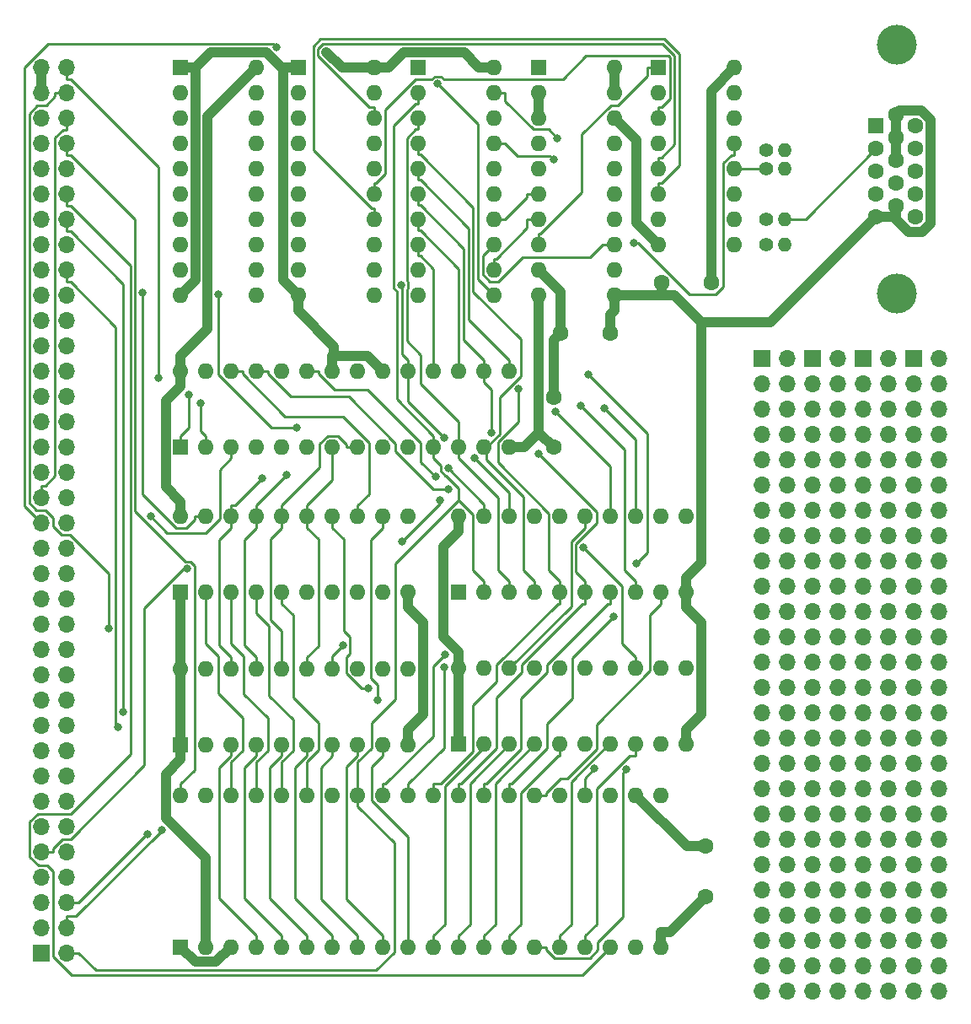
<source format=gbl>
G04 #@! TF.GenerationSoftware,KiCad,Pcbnew,(6.0.1)*
G04 #@! TF.CreationDate,2023-08-09T21:54:41+02:00*
G04 #@! TF.ProjectId,VT100_GRAPH,56543130-305f-4475-9241-50482e6b6963,rev?*
G04 #@! TF.SameCoordinates,Original*
G04 #@! TF.FileFunction,Copper,L2,Bot*
G04 #@! TF.FilePolarity,Positive*
%FSLAX46Y46*%
G04 Gerber Fmt 4.6, Leading zero omitted, Abs format (unit mm)*
G04 Created by KiCad (PCBNEW (6.0.1)) date 2023-08-09 21:54:41*
%MOMM*%
%LPD*%
G01*
G04 APERTURE LIST*
G04 #@! TA.AperFunction,ComponentPad*
%ADD10C,1.400000*%
G04 #@! TD*
G04 #@! TA.AperFunction,ComponentPad*
%ADD11O,1.400000X1.400000*%
G04 #@! TD*
G04 #@! TA.AperFunction,ComponentPad*
%ADD12R,1.600000X1.600000*%
G04 #@! TD*
G04 #@! TA.AperFunction,ComponentPad*
%ADD13O,1.600000X1.600000*%
G04 #@! TD*
G04 #@! TA.AperFunction,ComponentPad*
%ADD14R,1.700000X1.700000*%
G04 #@! TD*
G04 #@! TA.AperFunction,ComponentPad*
%ADD15O,1.700000X1.700000*%
G04 #@! TD*
G04 #@! TA.AperFunction,ComponentPad*
%ADD16C,1.600000*%
G04 #@! TD*
G04 #@! TA.AperFunction,ComponentPad*
%ADD17C,4.000000*%
G04 #@! TD*
G04 #@! TA.AperFunction,ViaPad*
%ADD18C,0.800000*%
G04 #@! TD*
G04 #@! TA.AperFunction,Conductor*
%ADD19C,0.250000*%
G04 #@! TD*
G04 #@! TA.AperFunction,Conductor*
%ADD20C,1.000000*%
G04 #@! TD*
G04 APERTURE END LIST*
D10*
X93710000Y-35560000D03*
D11*
X95610000Y-35560000D03*
D12*
X34925000Y-17780000D03*
D13*
X34925000Y-20320000D03*
X34925000Y-22860000D03*
X34925000Y-25400000D03*
X34925000Y-27940000D03*
X34925000Y-30480000D03*
X34925000Y-33020000D03*
X34925000Y-35560000D03*
X34925000Y-38100000D03*
X34925000Y-40640000D03*
X42545000Y-40640000D03*
X42545000Y-38100000D03*
X42545000Y-35560000D03*
X42545000Y-33020000D03*
X42545000Y-30480000D03*
X42545000Y-27940000D03*
X42545000Y-25400000D03*
X42545000Y-22860000D03*
X42545000Y-20320000D03*
X42545000Y-17780000D03*
D12*
X70860000Y-17785000D03*
D13*
X70860000Y-20325000D03*
X70860000Y-22865000D03*
X70860000Y-25405000D03*
X70860000Y-27945000D03*
X70860000Y-30485000D03*
X70860000Y-33025000D03*
X70860000Y-35565000D03*
X70860000Y-38105000D03*
X70860000Y-40645000D03*
X78480000Y-40645000D03*
X78480000Y-38105000D03*
X78480000Y-35565000D03*
X78480000Y-33025000D03*
X78480000Y-30485000D03*
X78480000Y-27945000D03*
X78480000Y-25405000D03*
X78480000Y-22865000D03*
X78480000Y-20325000D03*
X78480000Y-17785000D03*
D14*
X103505000Y-46990000D03*
D15*
X106045000Y-46990000D03*
X103505000Y-49530000D03*
X106045000Y-49530000D03*
X103505000Y-52070000D03*
X106045000Y-52070000D03*
X103505000Y-54610000D03*
X106045000Y-54610000D03*
X103505000Y-57150000D03*
X106045000Y-57150000D03*
X103505000Y-59690000D03*
X106045000Y-59690000D03*
X103505000Y-62230000D03*
X106045000Y-62230000D03*
X103505000Y-64770000D03*
X106045000Y-64770000D03*
X103505000Y-67310000D03*
X106045000Y-67310000D03*
X103505000Y-69850000D03*
X106045000Y-69850000D03*
X103505000Y-72390000D03*
X106045000Y-72390000D03*
X103505000Y-74930000D03*
X106045000Y-74930000D03*
X103505000Y-77470000D03*
X106045000Y-77470000D03*
X103505000Y-80010000D03*
X106045000Y-80010000D03*
X103505000Y-82550000D03*
X106045000Y-82550000D03*
X103505000Y-85090000D03*
X106045000Y-85090000D03*
X103505000Y-87630000D03*
X106045000Y-87630000D03*
X103505000Y-90170000D03*
X106045000Y-90170000D03*
X103505000Y-92710000D03*
X106045000Y-92710000D03*
X103505000Y-95250000D03*
X106045000Y-95250000D03*
X103505000Y-97790000D03*
X106045000Y-97790000D03*
X103505000Y-100330000D03*
X106045000Y-100330000D03*
X103505000Y-102870000D03*
X106045000Y-102870000D03*
X103505000Y-105410000D03*
X106045000Y-105410000D03*
X103505000Y-107950000D03*
X106045000Y-107950000D03*
X103505000Y-110490000D03*
X106045000Y-110490000D03*
D12*
X46730000Y-17785000D03*
D13*
X46730000Y-20325000D03*
X46730000Y-22865000D03*
X46730000Y-25405000D03*
X46730000Y-27945000D03*
X46730000Y-30485000D03*
X46730000Y-33025000D03*
X46730000Y-35565000D03*
X46730000Y-38105000D03*
X46730000Y-40645000D03*
X54350000Y-40645000D03*
X54350000Y-38105000D03*
X54350000Y-35565000D03*
X54350000Y-33025000D03*
X54350000Y-30485000D03*
X54350000Y-27945000D03*
X54350000Y-25405000D03*
X54350000Y-22865000D03*
X54350000Y-20325000D03*
X54350000Y-17785000D03*
D14*
X93345000Y-46990000D03*
D15*
X95885000Y-46990000D03*
X93345000Y-49530000D03*
X95885000Y-49530000D03*
X93345000Y-52070000D03*
X95885000Y-52070000D03*
X93345000Y-54610000D03*
X95885000Y-54610000D03*
X93345000Y-57150000D03*
X95885000Y-57150000D03*
X93345000Y-59690000D03*
X95885000Y-59690000D03*
X93345000Y-62230000D03*
X95885000Y-62230000D03*
X93345000Y-64770000D03*
X95885000Y-64770000D03*
X93345000Y-67310000D03*
X95885000Y-67310000D03*
X93345000Y-69850000D03*
X95885000Y-69850000D03*
X93345000Y-72390000D03*
X95885000Y-72390000D03*
X93345000Y-74930000D03*
X95885000Y-74930000D03*
X93345000Y-77470000D03*
X95885000Y-77470000D03*
X93345000Y-80010000D03*
X95885000Y-80010000D03*
X93345000Y-82550000D03*
X95885000Y-82550000D03*
X93345000Y-85090000D03*
X95885000Y-85090000D03*
X93345000Y-87630000D03*
X95885000Y-87630000D03*
X93345000Y-90170000D03*
X95885000Y-90170000D03*
X93345000Y-92710000D03*
X95885000Y-92710000D03*
X93345000Y-95250000D03*
X95885000Y-95250000D03*
X93345000Y-97790000D03*
X95885000Y-97790000D03*
X93345000Y-100330000D03*
X95885000Y-100330000D03*
X93345000Y-102870000D03*
X95885000Y-102870000D03*
X93345000Y-105410000D03*
X95885000Y-105410000D03*
X93345000Y-107950000D03*
X95885000Y-107950000D03*
X93345000Y-110490000D03*
X95885000Y-110490000D03*
D14*
X108585000Y-46990000D03*
D15*
X111125000Y-46990000D03*
X108585000Y-49530000D03*
X111125000Y-49530000D03*
X108585000Y-52070000D03*
X111125000Y-52070000D03*
X108585000Y-54610000D03*
X111125000Y-54610000D03*
X108585000Y-57150000D03*
X111125000Y-57150000D03*
X108585000Y-59690000D03*
X111125000Y-59690000D03*
X108585000Y-62230000D03*
X111125000Y-62230000D03*
X108585000Y-64770000D03*
X111125000Y-64770000D03*
X108585000Y-67310000D03*
X111125000Y-67310000D03*
X108585000Y-69850000D03*
X111125000Y-69850000D03*
X108585000Y-72390000D03*
X111125000Y-72390000D03*
X108585000Y-74930000D03*
X111125000Y-74930000D03*
X108585000Y-77470000D03*
X111125000Y-77470000D03*
X108585000Y-80010000D03*
X111125000Y-80010000D03*
X108585000Y-82550000D03*
X111125000Y-82550000D03*
X108585000Y-85090000D03*
X111125000Y-85090000D03*
X108585000Y-87630000D03*
X111125000Y-87630000D03*
X108585000Y-90170000D03*
X111125000Y-90170000D03*
X108585000Y-92710000D03*
X111125000Y-92710000D03*
X108585000Y-95250000D03*
X111125000Y-95250000D03*
X108585000Y-97790000D03*
X111125000Y-97790000D03*
X108585000Y-100330000D03*
X111125000Y-100330000D03*
X108585000Y-102870000D03*
X111125000Y-102870000D03*
X108585000Y-105410000D03*
X111125000Y-105410000D03*
X108585000Y-107950000D03*
X111125000Y-107950000D03*
X108585000Y-110490000D03*
X111125000Y-110490000D03*
D16*
X72390000Y-50880000D03*
X72390000Y-55880000D03*
D10*
X93710000Y-26035000D03*
D11*
X95610000Y-26035000D03*
D16*
X87630000Y-100965000D03*
X87630000Y-95965000D03*
X88225000Y-39370000D03*
X83225000Y-39370000D03*
D10*
X93710000Y-27940000D03*
D11*
X95610000Y-27940000D03*
D12*
X62870000Y-85715000D03*
D13*
X65410000Y-85715000D03*
X67950000Y-85715000D03*
X70490000Y-85715000D03*
X73030000Y-85715000D03*
X75570000Y-85715000D03*
X78110000Y-85715000D03*
X80650000Y-85715000D03*
X83190000Y-85715000D03*
X85730000Y-85715000D03*
X85730000Y-78095000D03*
X83190000Y-78095000D03*
X80650000Y-78095000D03*
X78110000Y-78095000D03*
X75570000Y-78095000D03*
X73030000Y-78095000D03*
X70490000Y-78095000D03*
X67950000Y-78095000D03*
X65410000Y-78095000D03*
X62870000Y-78095000D03*
D12*
X34925000Y-106045000D03*
D13*
X37465000Y-106045000D03*
X40005000Y-106045000D03*
X42545000Y-106045000D03*
X45085000Y-106045000D03*
X47625000Y-106045000D03*
X50165000Y-106045000D03*
X52705000Y-106045000D03*
X55245000Y-106045000D03*
X57785000Y-106045000D03*
X60325000Y-106045000D03*
X62865000Y-106045000D03*
X65405000Y-106045000D03*
X67945000Y-106045000D03*
X70485000Y-106045000D03*
X73025000Y-106045000D03*
X75565000Y-106045000D03*
X78105000Y-106045000D03*
X80645000Y-106045000D03*
X83185000Y-106045000D03*
X83185000Y-90805000D03*
X80645000Y-90805000D03*
X78105000Y-90805000D03*
X75565000Y-90805000D03*
X73025000Y-90805000D03*
X70485000Y-90805000D03*
X67945000Y-90805000D03*
X65405000Y-90805000D03*
X62865000Y-90805000D03*
X60325000Y-90805000D03*
X57785000Y-90805000D03*
X55245000Y-90805000D03*
X52705000Y-90805000D03*
X50165000Y-90805000D03*
X47625000Y-90805000D03*
X45085000Y-90805000D03*
X42545000Y-90805000D03*
X40005000Y-90805000D03*
X37465000Y-90805000D03*
X34925000Y-90805000D03*
D16*
X73065000Y-44450000D03*
X78065000Y-44450000D03*
D14*
X20955000Y-106680000D03*
D15*
X23495000Y-106680000D03*
X20955000Y-104140000D03*
X23495000Y-104140000D03*
X20955000Y-101600000D03*
X23495000Y-101600000D03*
X20955000Y-99060000D03*
X23495000Y-99060000D03*
X20955000Y-96520000D03*
X23495000Y-96520000D03*
X20955000Y-93980000D03*
X23495000Y-93980000D03*
X20955000Y-91440000D03*
X23495000Y-91440000D03*
X20955000Y-88900000D03*
X23495000Y-88900000D03*
X20955000Y-86360000D03*
X23495000Y-86360000D03*
X20955000Y-83820000D03*
X23495000Y-83820000D03*
X20955000Y-81280000D03*
X23495000Y-81280000D03*
X20955000Y-78740000D03*
X23495000Y-78740000D03*
X20955000Y-76200000D03*
X23495000Y-76200000D03*
X20955000Y-73660000D03*
X23495000Y-73660000D03*
X20955000Y-71120000D03*
X23495000Y-71120000D03*
X20955000Y-68580000D03*
X23495000Y-68580000D03*
X20955000Y-66040000D03*
X23495000Y-66040000D03*
X20955000Y-63500000D03*
X23495000Y-63500000D03*
X20955000Y-60960000D03*
X23495000Y-60960000D03*
X20955000Y-58420000D03*
X23495000Y-58420000D03*
X20955000Y-55880000D03*
X23495000Y-55880000D03*
X20955000Y-53340000D03*
X23495000Y-53340000D03*
X20955000Y-50800000D03*
X23495000Y-50800000D03*
X20955000Y-48260000D03*
X23495000Y-48260000D03*
X20955000Y-45720000D03*
X23495000Y-45720000D03*
X20955000Y-43180000D03*
X23495000Y-43180000D03*
X20955000Y-40640000D03*
X23495000Y-40640000D03*
X20955000Y-38100000D03*
X23495000Y-38100000D03*
X20955000Y-35560000D03*
X23495000Y-35560000D03*
X20955000Y-33020000D03*
X23495000Y-33020000D03*
X20955000Y-30480000D03*
X23495000Y-30480000D03*
X20955000Y-27940000D03*
X23495000Y-27940000D03*
X20955000Y-25400000D03*
X23495000Y-25400000D03*
X20955000Y-22860000D03*
X23495000Y-22860000D03*
X20955000Y-20320000D03*
X23495000Y-20320000D03*
X20955000Y-17780000D03*
X23495000Y-17780000D03*
D12*
X82925000Y-17795000D03*
D13*
X82925000Y-20335000D03*
X82925000Y-22875000D03*
X82925000Y-25415000D03*
X82925000Y-27955000D03*
X82925000Y-30495000D03*
X82925000Y-33035000D03*
X82925000Y-35575000D03*
X90545000Y-35575000D03*
X90545000Y-33035000D03*
X90545000Y-30495000D03*
X90545000Y-27955000D03*
X90545000Y-25415000D03*
X90545000Y-22875000D03*
X90545000Y-20335000D03*
X90545000Y-17795000D03*
D12*
X34930000Y-70475000D03*
D13*
X37470000Y-70475000D03*
X40010000Y-70475000D03*
X42550000Y-70475000D03*
X45090000Y-70475000D03*
X47630000Y-70475000D03*
X50170000Y-70475000D03*
X52710000Y-70475000D03*
X55250000Y-70475000D03*
X57790000Y-70475000D03*
X57790000Y-62855000D03*
X55250000Y-62855000D03*
X52710000Y-62855000D03*
X50170000Y-62855000D03*
X47630000Y-62855000D03*
X45090000Y-62855000D03*
X42550000Y-62855000D03*
X40010000Y-62855000D03*
X37470000Y-62855000D03*
X34930000Y-62855000D03*
D10*
X93710000Y-33020000D03*
D11*
X95610000Y-33020000D03*
D12*
X58785000Y-17780000D03*
D13*
X58785000Y-20320000D03*
X58785000Y-22860000D03*
X58785000Y-25400000D03*
X58785000Y-27940000D03*
X58785000Y-30480000D03*
X58785000Y-33020000D03*
X58785000Y-35560000D03*
X58785000Y-38100000D03*
X58785000Y-40640000D03*
X66405000Y-40640000D03*
X66405000Y-38100000D03*
X66405000Y-35560000D03*
X66405000Y-33020000D03*
X66405000Y-30480000D03*
X66405000Y-27940000D03*
X66405000Y-25400000D03*
X66405000Y-22860000D03*
X66405000Y-20320000D03*
X66405000Y-17780000D03*
D12*
X34925000Y-85725000D03*
D13*
X37465000Y-85725000D03*
X40005000Y-85725000D03*
X42545000Y-85725000D03*
X45085000Y-85725000D03*
X47625000Y-85725000D03*
X50165000Y-85725000D03*
X52705000Y-85725000D03*
X55245000Y-85725000D03*
X57785000Y-85725000D03*
X57785000Y-78105000D03*
X55245000Y-78105000D03*
X52705000Y-78105000D03*
X50165000Y-78105000D03*
X47625000Y-78105000D03*
X45085000Y-78105000D03*
X42545000Y-78105000D03*
X40005000Y-78105000D03*
X37465000Y-78105000D03*
X34925000Y-78105000D03*
D12*
X34925000Y-55880000D03*
D13*
X37465000Y-55880000D03*
X40005000Y-55880000D03*
X42545000Y-55880000D03*
X45085000Y-55880000D03*
X47625000Y-55880000D03*
X50165000Y-55880000D03*
X52705000Y-55880000D03*
X55245000Y-55880000D03*
X57785000Y-55880000D03*
X60325000Y-55880000D03*
X62865000Y-55880000D03*
X65405000Y-55880000D03*
X67945000Y-55880000D03*
X67945000Y-48260000D03*
X65405000Y-48260000D03*
X62865000Y-48260000D03*
X60325000Y-48260000D03*
X57785000Y-48260000D03*
X55245000Y-48260000D03*
X52705000Y-48260000D03*
X50165000Y-48260000D03*
X47625000Y-48260000D03*
X45085000Y-48260000D03*
X42545000Y-48260000D03*
X40005000Y-48260000D03*
X37465000Y-48260000D03*
X34925000Y-48260000D03*
D12*
X62870000Y-70475000D03*
D13*
X65410000Y-70475000D03*
X67950000Y-70475000D03*
X70490000Y-70475000D03*
X73030000Y-70475000D03*
X75570000Y-70475000D03*
X78110000Y-70475000D03*
X80650000Y-70475000D03*
X83190000Y-70475000D03*
X85730000Y-70475000D03*
X85730000Y-62855000D03*
X83190000Y-62855000D03*
X80650000Y-62855000D03*
X78110000Y-62855000D03*
X75570000Y-62855000D03*
X73030000Y-62855000D03*
X70490000Y-62855000D03*
X67950000Y-62855000D03*
X65410000Y-62855000D03*
X62870000Y-62855000D03*
D17*
X106825000Y-15455000D03*
X106825000Y-40455000D03*
D12*
X104775000Y-23640000D03*
D16*
X104775000Y-25930000D03*
X104775000Y-28220000D03*
X104775000Y-30510000D03*
X104775000Y-32800000D03*
X106755000Y-22495000D03*
X106755000Y-24785000D03*
X106755000Y-27075000D03*
X106755000Y-29365000D03*
X106755000Y-31655000D03*
X108735000Y-23640000D03*
X108735000Y-25930000D03*
X108735000Y-28220000D03*
X108735000Y-30510000D03*
X108735000Y-32800000D03*
D14*
X98425000Y-46990000D03*
D15*
X100965000Y-46990000D03*
X98425000Y-49530000D03*
X100965000Y-49530000D03*
X98425000Y-52070000D03*
X100965000Y-52070000D03*
X98425000Y-54610000D03*
X100965000Y-54610000D03*
X98425000Y-57150000D03*
X100965000Y-57150000D03*
X98425000Y-59690000D03*
X100965000Y-59690000D03*
X98425000Y-62230000D03*
X100965000Y-62230000D03*
X98425000Y-64770000D03*
X100965000Y-64770000D03*
X98425000Y-67310000D03*
X100965000Y-67310000D03*
X98425000Y-69850000D03*
X100965000Y-69850000D03*
X98425000Y-72390000D03*
X100965000Y-72390000D03*
X98425000Y-74930000D03*
X100965000Y-74930000D03*
X98425000Y-77470000D03*
X100965000Y-77470000D03*
X98425000Y-80010000D03*
X100965000Y-80010000D03*
X98425000Y-82550000D03*
X100965000Y-82550000D03*
X98425000Y-85090000D03*
X100965000Y-85090000D03*
X98425000Y-87630000D03*
X100965000Y-87630000D03*
X98425000Y-90170000D03*
X100965000Y-90170000D03*
X98425000Y-92710000D03*
X100965000Y-92710000D03*
X98425000Y-95250000D03*
X100965000Y-95250000D03*
X98425000Y-97790000D03*
X100965000Y-97790000D03*
X98425000Y-100330000D03*
X100965000Y-100330000D03*
X98425000Y-102870000D03*
X100965000Y-102870000D03*
X98425000Y-105410000D03*
X100965000Y-105410000D03*
X98425000Y-107950000D03*
X100965000Y-107950000D03*
X98425000Y-110490000D03*
X100965000Y-110490000D03*
D18*
X49568600Y-16220300D03*
X33045100Y-94281100D03*
X61518500Y-76668600D03*
X31620100Y-94728200D03*
X61381800Y-77991900D03*
X68829500Y-50044300D03*
X70879200Y-56565500D03*
X66104900Y-54420500D03*
X75863200Y-48596800D03*
X80693100Y-67519800D03*
X75139900Y-51755700D03*
X78423000Y-72887200D03*
X57050600Y-39615900D03*
X61419300Y-54963700D03*
X76501600Y-88175700D03*
X43125700Y-59039900D03*
X45571300Y-58708600D03*
X51200000Y-75800400D03*
X61789500Y-57987300D03*
X64463300Y-56953300D03*
X31918700Y-62824100D03*
X61857600Y-60088600D03*
X72595300Y-52281000D03*
X44582300Y-15755200D03*
X60761900Y-19399500D03*
X77527200Y-51980800D03*
X60533100Y-58836300D03*
X53808800Y-80129300D03*
X36935300Y-51508700D03*
X75356100Y-65922500D03*
X35715700Y-50602900D03*
X54725500Y-81289900D03*
X29182400Y-82499500D03*
X28647100Y-84015400D03*
X57175900Y-65340700D03*
X31120900Y-40340100D03*
X60958200Y-61240200D03*
X46586100Y-53930800D03*
X38735000Y-40533100D03*
X27676700Y-74119200D03*
X32675500Y-48906200D03*
X79689100Y-88201200D03*
X35613500Y-68083600D03*
X72374100Y-27036200D03*
X72745300Y-24872100D03*
X80445400Y-35389900D03*
D19*
X62861500Y-61248500D02*
X56515000Y-67595000D01*
X56515000Y-67595000D02*
X56515000Y-81167500D01*
X60325000Y-55880000D02*
X60325000Y-57005100D01*
X56325500Y-39916200D02*
X56649600Y-40240300D01*
X54119800Y-83562700D02*
X54119800Y-86072000D01*
X62861500Y-59986900D02*
X62861500Y-61248500D01*
X54119800Y-86072000D02*
X52705000Y-87486800D01*
X52705000Y-90805000D02*
X52705000Y-91930100D01*
X60325000Y-57005100D02*
X61064400Y-57744500D01*
X56515000Y-81167500D02*
X54119800Y-83562700D01*
X58785000Y-21445100D02*
X58503700Y-21445100D01*
X56370100Y-95595200D02*
X56370100Y-106568200D01*
X52705000Y-87486800D02*
X52705000Y-90805000D01*
X61587000Y-58712400D02*
X62861500Y-59986900D01*
X23495000Y-106680000D02*
X24670100Y-106680000D01*
X61064400Y-58287600D02*
X61489200Y-58712400D01*
X26396800Y-108406700D02*
X24670100Y-106680000D01*
X58785000Y-20320000D02*
X58785000Y-21445100D01*
X56649600Y-40240300D02*
X56649600Y-51079500D01*
X52705000Y-91930100D02*
X56370100Y-95595200D01*
X64284900Y-68224800D02*
X64284900Y-62672000D01*
X65410000Y-70475000D02*
X65410000Y-69349900D01*
X56325500Y-23623300D02*
X56325500Y-39916200D01*
X65410000Y-69349900D02*
X64284900Y-68224800D01*
X58503700Y-21445100D02*
X56325500Y-23623300D01*
X56370100Y-106568200D02*
X54531600Y-108406700D01*
X54531600Y-108406700D02*
X26396800Y-108406700D01*
X60325000Y-55880000D02*
X60325000Y-54754900D01*
X61489200Y-58712400D02*
X61587000Y-58712400D01*
X56649600Y-51079500D02*
X60325000Y-54754900D01*
X61064400Y-57744500D02*
X61064400Y-58287600D01*
X64284900Y-62672000D02*
X62861500Y-61248500D01*
D20*
X78480000Y-17785000D02*
X78480000Y-20325000D01*
X62870000Y-77461400D02*
X62870000Y-78095000D01*
X33424800Y-93105100D02*
X33424800Y-88725300D01*
X34925000Y-85725000D02*
X34925000Y-87225100D01*
X34925000Y-78105000D02*
X34925000Y-85725000D01*
X34930000Y-61354900D02*
X33424800Y-59849700D01*
X62870000Y-78095000D02*
X62870000Y-85715000D01*
X37465000Y-97145300D02*
X33424800Y-93105100D01*
X61334900Y-74929300D02*
X61334900Y-65890200D01*
X34925000Y-48260000D02*
X34925000Y-46759900D01*
X55850100Y-17785000D02*
X57355300Y-16279800D01*
X84050100Y-104544900D02*
X87630000Y-100965000D01*
X88225000Y-20115000D02*
X88225000Y-39370000D01*
X83185000Y-104544900D02*
X84050100Y-104544900D01*
X33424800Y-88725300D02*
X34925000Y-87225100D01*
X37465000Y-106045000D02*
X37465000Y-97145300D01*
X73065000Y-44450000D02*
X73065000Y-40310000D01*
X34930000Y-62855000D02*
X34930000Y-61354900D01*
X66405000Y-17780000D02*
X64904900Y-17780000D01*
X61334900Y-65890200D02*
X62870000Y-64355100D01*
X73065000Y-40310000D02*
X70860000Y-38105000D01*
X37625200Y-44059700D02*
X37625200Y-22699800D01*
X34930000Y-76599900D02*
X34930000Y-70475000D01*
X72390000Y-45125000D02*
X72390000Y-50880000D01*
X51133300Y-17785000D02*
X49568600Y-16220300D01*
X62870000Y-76594900D02*
X62870000Y-76464400D01*
X62870000Y-62855000D02*
X62870000Y-64355100D01*
X34925000Y-78105000D02*
X34925000Y-76604900D01*
X62870000Y-76464400D02*
X61334900Y-74929300D01*
X70860000Y-22865000D02*
X70860000Y-20325000D01*
X62870000Y-77461400D02*
X62870000Y-76594900D01*
X33424800Y-59849700D02*
X33424800Y-51260300D01*
X54350000Y-17785000D02*
X51133300Y-17785000D01*
X54350000Y-17785000D02*
X55850100Y-17785000D01*
X37625200Y-22699800D02*
X42545000Y-17780000D01*
X90545000Y-17795000D02*
X88225000Y-20115000D01*
X73065000Y-44450000D02*
X72390000Y-45125000D01*
X57355300Y-16279800D02*
X63404700Y-16279800D01*
X34925000Y-48260000D02*
X34925000Y-49760100D01*
X33424800Y-51260300D02*
X34925000Y-49760100D01*
X34925000Y-46759900D02*
X37625200Y-44059700D01*
X34925000Y-76604900D02*
X34930000Y-76599900D01*
X83185000Y-106045000D02*
X83185000Y-104544900D01*
X63404700Y-16279800D02*
X64904900Y-17780000D01*
D19*
X67950000Y-69349900D02*
X66824900Y-68224800D01*
X66824900Y-68224800D02*
X66824900Y-60965000D01*
X55478100Y-89679900D02*
X55245000Y-89679900D01*
X33045100Y-94281100D02*
X33045100Y-94358300D01*
X61518500Y-76668600D02*
X60266600Y-77920500D01*
X58785000Y-22860000D02*
X58785000Y-23985100D01*
X57635500Y-24901400D02*
X58551800Y-23985100D01*
X62865000Y-53335000D02*
X59055000Y-49525000D01*
X62865000Y-55880000D02*
X62865000Y-53335000D01*
X58551800Y-23985100D02*
X58785000Y-23985100D01*
X66824900Y-60965000D02*
X62865000Y-57005100D01*
X59055000Y-49525000D02*
X59055000Y-46656400D01*
X24438500Y-102964900D02*
X23495000Y-102964900D01*
X60266600Y-77920500D02*
X60266600Y-84891400D01*
X57635500Y-40056500D02*
X57775700Y-39916300D01*
X57635500Y-39175300D02*
X57635500Y-24901400D01*
X33045100Y-94358300D02*
X24438500Y-102964900D01*
X60266600Y-84891400D02*
X55478100Y-89679900D01*
X23495000Y-104140000D02*
X23495000Y-102964900D01*
X67950000Y-70475000D02*
X67950000Y-69349900D01*
X59055000Y-46656400D02*
X57635500Y-45236900D01*
X57775700Y-39916300D02*
X57775700Y-39315500D01*
X62865000Y-55880000D02*
X62865000Y-57005100D01*
X57635500Y-45236900D02*
X57635500Y-40056500D01*
X57775700Y-39315500D02*
X57635500Y-39175300D01*
X55245000Y-90805000D02*
X55245000Y-89679900D01*
X59018100Y-26525100D02*
X64319600Y-31826600D01*
X70490000Y-69349900D02*
X69364900Y-68224800D01*
X57785000Y-89679900D02*
X61381800Y-86083100D01*
X65670900Y-57135300D02*
X65670900Y-55880000D01*
X70490000Y-70475000D02*
X70490000Y-69349900D01*
X31620100Y-94728200D02*
X31541900Y-94728200D01*
X69364900Y-60829300D02*
X65670900Y-57135300D01*
X58785000Y-25400000D02*
X58785000Y-26525100D01*
X64319600Y-31826600D02*
X64319600Y-40319000D01*
X58785000Y-26525100D02*
X59018100Y-26525100D01*
X57785000Y-90805000D02*
X57785000Y-89679900D01*
X31541900Y-94728200D02*
X24670100Y-101600000D01*
X23495000Y-101600000D02*
X24670100Y-101600000D01*
X66986400Y-54564500D02*
X65670900Y-55880000D01*
X69070200Y-45069600D02*
X69070200Y-48778200D01*
X69070200Y-48778200D02*
X66986400Y-50862000D01*
X61381800Y-86083100D02*
X61381800Y-77991900D01*
X64319600Y-40319000D02*
X69070200Y-45069600D01*
X69364900Y-68224800D02*
X69364900Y-60829300D01*
X66986400Y-50862000D02*
X66986400Y-54564500D01*
X65405000Y-55880000D02*
X65670900Y-55880000D01*
X64284900Y-81794500D02*
X64284900Y-86421700D01*
X71904900Y-62528600D02*
X66806300Y-57430000D01*
X73030000Y-70756200D02*
X73030000Y-71600100D01*
X66806300Y-55381200D02*
X68829500Y-53358000D01*
X59018100Y-29065100D02*
X58785000Y-29065100D01*
X64284900Y-86421700D02*
X61026700Y-89679900D01*
X73030000Y-70756200D02*
X73030000Y-70475000D01*
X73030000Y-70475000D02*
X73030000Y-69349900D01*
X67945000Y-47134900D02*
X63869400Y-43059300D01*
X73030000Y-71600100D02*
X72796800Y-71600100D01*
X71904900Y-68224800D02*
X71904900Y-62528600D01*
X58785000Y-27940000D02*
X58785000Y-29065100D01*
X66806300Y-57430000D02*
X66806300Y-55381200D01*
X72796800Y-71600100D02*
X66680000Y-77716900D01*
X63869400Y-43059300D02*
X63869400Y-33916400D01*
X60325000Y-90805000D02*
X60325000Y-89679900D01*
X67945000Y-48260000D02*
X67945000Y-47134900D01*
X73030000Y-69349900D02*
X71904900Y-68224800D01*
X66680000Y-79399400D02*
X64284900Y-81794500D01*
X68829500Y-53358000D02*
X68829500Y-50044300D01*
X63869400Y-33916400D02*
X59018100Y-29065100D01*
X61026700Y-89679900D02*
X60325000Y-89679900D01*
X66680000Y-77716900D02*
X66680000Y-79399400D01*
X69220000Y-77705900D02*
X69220000Y-78455200D01*
X75570000Y-71600100D02*
X75325800Y-71600100D01*
X63363200Y-45093100D02*
X65405000Y-47134900D01*
X62865000Y-90805000D02*
X62865000Y-89679900D01*
X74631000Y-65622200D02*
X74631000Y-68410900D01*
X58785000Y-30480000D02*
X58785000Y-31605100D01*
X58785000Y-31605100D02*
X59018100Y-31605100D01*
X63363200Y-35950200D02*
X63363200Y-45093100D01*
X74631000Y-68410900D02*
X75570000Y-69349900D01*
X75570000Y-70475000D02*
X75570000Y-71600100D01*
X76740400Y-62426700D02*
X76740400Y-63512800D01*
X66104900Y-50085000D02*
X66104900Y-54420500D01*
X70879200Y-56565500D02*
X76740400Y-62426700D01*
X66680000Y-80995200D02*
X66680000Y-86097400D01*
X66680000Y-86097400D02*
X63097500Y-89679900D01*
X65405000Y-49385100D02*
X66104900Y-50085000D01*
X75570000Y-70475000D02*
X75570000Y-69349900D01*
X63097500Y-89679900D02*
X62865000Y-89679900D01*
X75325800Y-71600100D02*
X69220000Y-77705900D01*
X69220000Y-78455200D02*
X66680000Y-80995200D01*
X65405000Y-48260000D02*
X65405000Y-49385100D01*
X76740400Y-63512800D02*
X74631000Y-65622200D01*
X65405000Y-48260000D02*
X65405000Y-47134900D01*
X59018100Y-31605100D02*
X63363200Y-35950200D01*
X77865800Y-71600100D02*
X71760000Y-77705900D01*
X80693100Y-67519800D02*
X81789400Y-66423500D01*
X69146100Y-81074600D02*
X69146100Y-86171900D01*
X65405000Y-90805000D02*
X65405000Y-89679900D01*
X81789400Y-54523000D02*
X75863200Y-48596800D01*
X58785000Y-33020000D02*
X58785000Y-34145100D01*
X78110000Y-70475000D02*
X78110000Y-71600100D01*
X78110000Y-71600100D02*
X77865800Y-71600100D01*
X59018100Y-34145100D02*
X62865000Y-37992000D01*
X81789400Y-66423500D02*
X81789400Y-54523000D01*
X62865000Y-37992000D02*
X62865000Y-47134900D01*
X62865000Y-47697400D02*
X62865000Y-47134900D01*
X65638100Y-89679900D02*
X65405000Y-89679900D01*
X71760000Y-77705900D02*
X71760000Y-78460700D01*
X58785000Y-34145100D02*
X59018100Y-34145100D01*
X71760000Y-78460700D02*
X69146100Y-81074600D01*
X69146100Y-86171900D02*
X65638100Y-89679900D01*
X62865000Y-47697400D02*
X62865000Y-48260000D01*
X80650000Y-70475000D02*
X80650000Y-69349900D01*
X74300000Y-77010200D02*
X74300000Y-81115800D01*
X71760000Y-86098000D02*
X68178100Y-89679900D01*
X80650000Y-69349900D02*
X79524900Y-68224800D01*
X71760000Y-83655800D02*
X71760000Y-86098000D01*
X58785000Y-35560000D02*
X58785000Y-36685100D01*
X60325000Y-48260000D02*
X60325000Y-37992000D01*
X68178100Y-89679900D02*
X67945000Y-89679900D01*
X79524900Y-68224800D02*
X79524900Y-56140700D01*
X67945000Y-90805000D02*
X67945000Y-89679900D01*
X60325000Y-37992000D02*
X59018100Y-36685100D01*
X59018100Y-36685100D02*
X58785000Y-36685100D01*
X74300000Y-81115800D02*
X71760000Y-83655800D01*
X78423000Y-72887200D02*
X74300000Y-77010200D01*
X79524900Y-56140700D02*
X75139900Y-51755700D01*
X57785000Y-47134900D02*
X57185300Y-46535200D01*
X61419300Y-54963700D02*
X57785000Y-51329400D01*
X57785000Y-48260000D02*
X57785000Y-47134900D01*
X83190000Y-71600100D02*
X82064900Y-72725200D01*
X57185300Y-46535200D02*
X57185300Y-39750600D01*
X71610100Y-90571800D02*
X71610100Y-90805000D01*
X76704800Y-83694500D02*
X76704800Y-86171300D01*
X82064900Y-78334400D02*
X76704800Y-83694500D01*
X70485000Y-90805000D02*
X71610100Y-90805000D01*
X73050800Y-89131100D02*
X71610100Y-90571800D01*
X73745000Y-89131100D02*
X73050800Y-89131100D01*
X57185300Y-39750600D02*
X57050600Y-39615900D01*
X83190000Y-70475000D02*
X83190000Y-71600100D01*
X76704800Y-86171300D02*
X73745000Y-89131100D01*
X57785000Y-51329400D02*
X57785000Y-48260000D01*
X82064900Y-72725200D02*
X82064900Y-78334400D01*
X40010000Y-62855000D02*
X40010000Y-61729900D01*
X75565000Y-89112300D02*
X75565000Y-90805000D01*
X40435700Y-61729900D02*
X43125700Y-59039900D01*
X40010000Y-62855000D02*
X40010000Y-63980100D01*
X40005000Y-76979900D02*
X38818300Y-75793200D01*
X38818300Y-75793200D02*
X38818300Y-65171800D01*
X38818300Y-65171800D02*
X40010000Y-63980100D01*
X76501600Y-88175700D02*
X75565000Y-89112300D01*
X40010000Y-61729900D02*
X40435700Y-61729900D01*
X40005000Y-78105000D02*
X40005000Y-76979900D01*
X42550000Y-62855000D02*
X42550000Y-63980100D01*
X42550000Y-62855000D02*
X42550000Y-61729900D01*
X41359100Y-65171000D02*
X42550000Y-63980100D01*
X45571300Y-58708600D02*
X42550000Y-61729900D01*
X42545000Y-78105000D02*
X42545000Y-76979900D01*
X41359100Y-75794000D02*
X41359100Y-65171000D01*
X42545000Y-76979900D02*
X41359100Y-75794000D01*
X43959900Y-65110200D02*
X43959900Y-73243900D01*
X51579900Y-55880000D02*
X51579900Y-55598700D01*
X48895000Y-55530100D02*
X48895000Y-57924900D01*
X45090000Y-62855000D02*
X45090000Y-61729900D01*
X45085000Y-74369000D02*
X45085000Y-78105000D01*
X45090000Y-62855000D02*
X45090000Y-63980100D01*
X51579900Y-55598700D02*
X50731600Y-54750400D01*
X52705000Y-55880000D02*
X51579900Y-55880000D01*
X49674700Y-54750400D02*
X48895000Y-55530100D01*
X43959900Y-73243900D02*
X45085000Y-74369000D01*
X45090000Y-63980100D02*
X43959900Y-65110200D01*
X50731600Y-54750400D02*
X49674700Y-54750400D01*
X48895000Y-57924900D02*
X45090000Y-61729900D01*
X50165000Y-59194900D02*
X47630000Y-61729900D01*
X47630000Y-62855000D02*
X47630000Y-63980100D01*
X47630000Y-62855000D02*
X47630000Y-61729900D01*
X47625000Y-76979900D02*
X48779900Y-75825000D01*
X48779900Y-75825000D02*
X48779900Y-65130000D01*
X47625000Y-78105000D02*
X47625000Y-76979900D01*
X50165000Y-55880000D02*
X50165000Y-59194900D01*
X48779900Y-65130000D02*
X47630000Y-63980100D01*
X51200000Y-75800400D02*
X50165000Y-76835400D01*
X65410000Y-62855000D02*
X65410000Y-61607800D01*
X65410000Y-61607800D02*
X61789500Y-57987300D01*
X50165000Y-76835400D02*
X50165000Y-78105000D01*
X67950000Y-60440000D02*
X67950000Y-62855000D01*
X64463300Y-56953300D02*
X67950000Y-60440000D01*
X38879900Y-58130200D02*
X38879900Y-63043100D01*
X33587000Y-64492400D02*
X31918700Y-62824100D01*
X37430600Y-64492400D02*
X33587000Y-64492400D01*
X40005000Y-57005100D02*
X38879900Y-58130200D01*
X38879900Y-63043100D02*
X37430600Y-64492400D01*
X40005000Y-55880000D02*
X40005000Y-57005100D01*
X56515000Y-55510200D02*
X56515000Y-56265500D01*
X60338000Y-60088500D02*
X61857600Y-60088500D01*
X51810600Y-50805800D02*
X56515000Y-55510200D01*
X74180900Y-71864100D02*
X67950000Y-78095000D01*
X45982700Y-50805800D02*
X51810600Y-50805800D01*
X75570000Y-62855000D02*
X75570000Y-63980100D01*
X43670100Y-48260000D02*
X43670100Y-48493200D01*
X74180900Y-65369200D02*
X74180900Y-71864100D01*
X42545000Y-48260000D02*
X43670100Y-48260000D01*
X56515000Y-56265500D02*
X60338000Y-60088500D01*
X43670100Y-48493200D02*
X45982700Y-50805800D01*
X75570000Y-63980100D02*
X74180900Y-65369200D01*
X61857600Y-60088500D02*
X61857600Y-60088600D01*
X72595300Y-52281000D02*
X78110000Y-57795700D01*
X78110000Y-57795700D02*
X78110000Y-62855000D01*
X19229100Y-61774100D02*
X20955000Y-63500000D01*
X44226800Y-15399700D02*
X21609100Y-15399700D01*
X44582300Y-15755200D02*
X44226800Y-15399700D01*
X66405000Y-40640000D02*
X64820700Y-39055700D01*
X21609100Y-15399700D02*
X19229100Y-17779700D01*
X19229100Y-17779700D02*
X19229100Y-61774100D01*
X64820700Y-39055700D02*
X64820700Y-23458300D01*
X64820700Y-23458300D02*
X60761900Y-19399500D01*
X77527200Y-51980800D02*
X80650000Y-55103600D01*
X80650000Y-55103600D02*
X80650000Y-62855000D01*
X22319900Y-58785200D02*
X21320200Y-59784900D01*
X20955000Y-60960000D02*
X20955000Y-59784900D01*
X21320200Y-59784900D02*
X20955000Y-59784900D01*
X23127700Y-24035100D02*
X22319900Y-24842900D01*
X23495000Y-22860000D02*
X23495000Y-24035100D01*
X23495000Y-24035100D02*
X23127700Y-24035100D01*
X22319900Y-24842900D02*
X22319900Y-58785200D01*
X59055000Y-55479000D02*
X59055000Y-57358200D01*
X47625000Y-48260000D02*
X48750100Y-48260000D01*
X59055000Y-57358200D02*
X60533100Y-58836300D01*
X53733900Y-50157900D02*
X59055000Y-55479000D01*
X48750100Y-48260000D02*
X48750100Y-48493200D01*
X50414800Y-50157900D02*
X53733900Y-50157900D01*
X48750100Y-48493200D02*
X50414800Y-50157900D01*
X51547600Y-76998700D02*
X51547600Y-78555000D01*
X50170000Y-63980100D02*
X51295100Y-65105200D01*
X37465000Y-54754900D02*
X36935300Y-54225200D01*
X36935300Y-54225200D02*
X36935300Y-51508700D01*
X51295100Y-65105200D02*
X51295100Y-74293800D01*
X51944900Y-74943600D02*
X51944900Y-76601400D01*
X37465000Y-55880000D02*
X37465000Y-54754900D01*
X51547600Y-78555000D02*
X53121900Y-80129300D01*
X51295100Y-74293800D02*
X51944900Y-74943600D01*
X53121900Y-80129300D02*
X53808800Y-80129300D01*
X50170000Y-62855000D02*
X50170000Y-63980100D01*
X51944900Y-76601400D02*
X51547600Y-76998700D01*
X80650000Y-76969900D02*
X79273800Y-75593700D01*
X79273800Y-75593700D02*
X79273800Y-69840200D01*
X80650000Y-78095000D02*
X80650000Y-76969900D01*
X53835000Y-55418700D02*
X53835000Y-60604900D01*
X45397100Y-52808300D02*
X51224600Y-52808300D01*
X51224600Y-52808300D02*
X53835000Y-55418700D01*
X52710000Y-62855000D02*
X52710000Y-61729900D01*
X40005000Y-48260000D02*
X41130100Y-48260000D01*
X41130100Y-48541300D02*
X45397100Y-52808300D01*
X53835000Y-60604900D02*
X52710000Y-61729900D01*
X41130100Y-48260000D02*
X41130100Y-48541300D01*
X79273800Y-69840200D02*
X75356100Y-65922500D01*
X54071300Y-79093600D02*
X54725400Y-79747700D01*
X34925000Y-55880000D02*
X34925000Y-54754900D01*
X54071300Y-65158800D02*
X54071300Y-79093600D01*
X35715700Y-53964200D02*
X35715700Y-50602900D01*
X34925000Y-54754900D02*
X35715700Y-53964200D01*
X55250000Y-62855000D02*
X55250000Y-63980100D01*
X55250000Y-63980100D02*
X54071300Y-65158800D01*
X54725400Y-81289900D02*
X54725500Y-81289900D01*
X54725400Y-79747700D02*
X54725400Y-81289900D01*
X23862200Y-34195100D02*
X29182400Y-39515300D01*
X29182400Y-39515300D02*
X29182400Y-82499500D01*
X23495000Y-34195100D02*
X23862200Y-34195100D01*
X23495000Y-33020000D02*
X23495000Y-34195100D01*
X28411500Y-43826400D02*
X28411500Y-83779800D01*
X28411500Y-83779800D02*
X28647100Y-84015400D01*
X23495000Y-39275100D02*
X23860200Y-39275100D01*
X23495000Y-38100000D02*
X23495000Y-39275100D01*
X23860200Y-39275100D02*
X28411500Y-43826400D01*
X22130200Y-98476500D02*
X21538500Y-97884800D01*
X20655700Y-97884800D02*
X19779800Y-97008900D01*
X21538500Y-97884800D02*
X20655700Y-97884800D01*
X29907600Y-82199100D02*
X29871200Y-82162700D01*
X24003500Y-108860500D02*
X22130200Y-106987200D01*
X75289500Y-108860500D02*
X24003500Y-108860500D01*
X20549900Y-92710000D02*
X23887200Y-92710000D01*
X23862200Y-31655100D02*
X23495000Y-31655100D01*
X19779800Y-97008900D02*
X19779800Y-93480100D01*
X22130200Y-106987200D02*
X22130200Y-98476500D01*
X29871200Y-82162700D02*
X29871200Y-37664100D01*
X29907600Y-86689600D02*
X29907600Y-82199100D01*
X29871200Y-37664100D02*
X23862200Y-31655100D01*
X19779800Y-93480100D02*
X20549900Y-92710000D01*
X23495000Y-30480000D02*
X23495000Y-31655100D01*
X23887200Y-92710000D02*
X29907600Y-86689600D01*
X78105000Y-106045000D02*
X75289500Y-108860500D01*
X23862200Y-26575100D02*
X23495000Y-26575100D01*
X30321300Y-33034200D02*
X23862200Y-26575100D01*
X36339800Y-67784400D02*
X35913900Y-67358500D01*
X34925000Y-90805000D02*
X34925000Y-89679900D01*
X34925000Y-89679900D02*
X36339800Y-88265100D01*
X35401100Y-67358500D02*
X30321300Y-62278700D01*
X36339800Y-88265100D02*
X36339800Y-67784400D01*
X30321300Y-62278700D02*
X30321300Y-33034200D01*
X35913900Y-67358500D02*
X35401100Y-67358500D01*
X23495000Y-25400000D02*
X23495000Y-26575100D01*
X60958200Y-61558400D02*
X60958200Y-61240200D01*
X37470000Y-62855000D02*
X36344900Y-62855000D01*
X35500600Y-63980600D02*
X34448600Y-63980600D01*
X36344900Y-63136300D02*
X35500600Y-63980600D01*
X34448600Y-63980600D02*
X31120900Y-60652900D01*
X57175900Y-65340700D02*
X60958200Y-61558400D01*
X36344900Y-62855000D02*
X36344900Y-63136300D01*
X31120900Y-60652900D02*
X31120900Y-40340100D01*
X38735000Y-48585000D02*
X44080800Y-53930800D01*
X38735000Y-40533100D02*
X38735000Y-48585000D01*
X44080800Y-53930800D02*
X46586100Y-53930800D01*
X22319900Y-20685200D02*
X21415100Y-21590000D01*
X22969300Y-64675200D02*
X23792200Y-64675200D01*
X22130200Y-62974300D02*
X22130200Y-63836100D01*
X23495000Y-20320000D02*
X22319900Y-20320000D01*
X21385900Y-62230000D02*
X22130200Y-62974300D01*
X27676700Y-68559700D02*
X27676700Y-74119200D01*
X23792200Y-64675200D02*
X27676700Y-68559700D01*
X21415100Y-21590000D02*
X20538100Y-21590000D01*
X22319900Y-20320000D02*
X22319900Y-20685200D01*
X22130200Y-63836100D02*
X22969300Y-64675200D01*
X19712900Y-61488200D02*
X20454700Y-62230000D01*
X19712900Y-22415200D02*
X19712900Y-61488200D01*
X20454700Y-62230000D02*
X21385900Y-62230000D01*
X20538100Y-21590000D02*
X19712900Y-22415200D01*
D20*
X36425100Y-39139900D02*
X34925000Y-40640000D01*
X36425100Y-17780000D02*
X36425100Y-39139900D01*
X69445100Y-55880000D02*
X70917600Y-54407500D01*
X78065000Y-42560100D02*
X78065000Y-44450000D01*
X50165000Y-48260000D02*
X50165000Y-46759900D01*
X106755000Y-27075000D02*
X106755000Y-24785000D01*
X82925000Y-35575000D02*
X80702500Y-33352500D01*
X87237200Y-43382200D02*
X84500000Y-40645000D01*
X106755000Y-32800000D02*
X106755000Y-31655000D01*
X55245000Y-48260000D02*
X53697700Y-46712700D01*
X80702500Y-33352500D02*
X80702500Y-25087500D01*
X50351400Y-45766500D02*
X46730000Y-42145100D01*
X87237200Y-67467700D02*
X85730000Y-68974900D01*
X67945000Y-55880000D02*
X69445100Y-55880000D01*
X50165000Y-46759900D02*
X50304200Y-46759900D01*
X78480000Y-40645000D02*
X79980100Y-40645000D01*
X36443300Y-107563300D02*
X34925000Y-106045000D01*
X40005000Y-106045000D02*
X38486700Y-107563300D01*
X104775000Y-32800000D02*
X94192800Y-43382200D01*
X57785000Y-85725000D02*
X57785000Y-84224900D01*
X43551300Y-16279900D02*
X45206500Y-17935100D01*
X45206500Y-17935100D02*
X45229900Y-17935100D01*
X85730000Y-70475000D02*
X85730000Y-68974900D01*
X70917600Y-54407500D02*
X72390000Y-55880000D01*
X85730000Y-85715000D02*
X85730000Y-84214900D01*
X84500000Y-40645000D02*
X83225000Y-40645000D01*
X109354600Y-22132900D02*
X110262500Y-23040800D01*
X106755000Y-33002700D02*
X106755000Y-32800000D01*
X45380000Y-17785000D02*
X45229900Y-17935100D01*
X50304200Y-46759900D02*
X50351400Y-46712700D01*
X46730000Y-17785000D02*
X45530000Y-17785000D01*
X78480000Y-42145100D02*
X78065000Y-42560100D01*
X87252200Y-73497300D02*
X87252200Y-82692700D01*
X109442300Y-34300400D02*
X108052700Y-34300400D01*
X45530000Y-17785000D02*
X45380000Y-17785000D01*
X37925200Y-16279900D02*
X43551300Y-16279900D01*
X53697700Y-46712700D02*
X50351400Y-46712700D01*
X107117100Y-22132900D02*
X109354600Y-22132900D01*
X46730000Y-40645000D02*
X46730000Y-42145100D01*
X106755000Y-22495000D02*
X107117100Y-22132900D01*
X20955000Y-17780000D02*
X20955000Y-20320000D01*
X57790000Y-71975100D02*
X59285900Y-73471000D01*
X94192800Y-43382200D02*
X87237200Y-43382200D01*
X45229900Y-17935100D02*
X45229900Y-39144900D01*
X87237200Y-43382200D02*
X87237200Y-67467700D01*
X34925000Y-17780000D02*
X36425100Y-17780000D01*
X108052700Y-34300400D02*
X106755000Y-33002700D01*
X59285900Y-73471000D02*
X59285900Y-82724000D01*
X70860000Y-54350000D02*
X70917600Y-54407500D01*
X38486700Y-107563300D02*
X36443300Y-107563300D01*
X106755000Y-24785000D02*
X106755000Y-22495000D01*
X45229900Y-39144900D02*
X46730000Y-40645000D01*
X85730000Y-71975100D02*
X87252200Y-73497300D01*
X83225000Y-40645000D02*
X79980100Y-40645000D01*
X110262500Y-33480200D02*
X109442300Y-34300400D01*
X106755000Y-32800000D02*
X104775000Y-32800000D01*
X59285900Y-82724000D02*
X57785000Y-84224900D01*
X85730000Y-70475000D02*
X85730000Y-71975100D01*
X85805000Y-95965000D02*
X87630000Y-95965000D01*
X80645000Y-90805000D02*
X85805000Y-95965000D01*
X70860000Y-40645000D02*
X70860000Y-54350000D01*
X83225000Y-40645000D02*
X83225000Y-39370000D01*
X87252200Y-82692700D02*
X85730000Y-84214900D01*
X57790000Y-70475000D02*
X57790000Y-71975100D01*
X110262500Y-23040800D02*
X110262500Y-33480200D01*
X50351400Y-46712700D02*
X50351400Y-45766500D01*
X78480000Y-40645000D02*
X78480000Y-42145100D01*
X36425100Y-17780000D02*
X37925200Y-16279900D01*
X80702500Y-25087500D02*
X78480000Y-22865000D01*
D19*
X32675500Y-48906200D02*
X32675500Y-27770400D01*
X32675500Y-27770400D02*
X23860200Y-18955100D01*
X23860200Y-18955100D02*
X23495000Y-18955100D01*
X23495000Y-17780000D02*
X23495000Y-18955100D01*
X42545000Y-106045000D02*
X42545000Y-104919900D01*
X40005000Y-85725000D02*
X40005000Y-86850100D01*
X38814400Y-88040700D02*
X38814400Y-101189300D01*
X40005000Y-86850100D02*
X38814400Y-88040700D01*
X38814400Y-101189300D02*
X42545000Y-104919900D01*
X42545000Y-86850100D02*
X41354400Y-88040700D01*
X42545000Y-85725000D02*
X42545000Y-86850100D01*
X41354400Y-88040700D02*
X41354400Y-101189300D01*
X45085000Y-106045000D02*
X45085000Y-104919900D01*
X41354400Y-101189300D02*
X45085000Y-104919900D01*
X45085000Y-85725000D02*
X45085000Y-86850100D01*
X47625000Y-106045000D02*
X47625000Y-104919900D01*
X43894400Y-88040700D02*
X43894400Y-101189300D01*
X45085000Y-86850100D02*
X43894400Y-88040700D01*
X43894400Y-101189300D02*
X47625000Y-104919900D01*
X47625000Y-85725000D02*
X47625000Y-86850100D01*
X50165000Y-106045000D02*
X50165000Y-104919900D01*
X46434400Y-88040700D02*
X46434400Y-101189300D01*
X46434400Y-101189300D02*
X50165000Y-104919900D01*
X47625000Y-86850100D02*
X46434400Y-88040700D01*
X52705000Y-106045000D02*
X52705000Y-104919900D01*
X49008000Y-101222900D02*
X49008000Y-88007100D01*
X52705000Y-104919900D02*
X49008000Y-101222900D01*
X50165000Y-85725000D02*
X50165000Y-86850100D01*
X49008000Y-88007100D02*
X50165000Y-86850100D01*
X55245000Y-106045000D02*
X55245000Y-104919900D01*
X51565600Y-101240500D02*
X55245000Y-104919900D01*
X51565600Y-87989500D02*
X51565600Y-101240500D01*
X52705000Y-85725000D02*
X52705000Y-86850100D01*
X52705000Y-86850100D02*
X51565600Y-87989500D01*
X57785000Y-94993300D02*
X57785000Y-106045000D01*
X54105700Y-91314000D02*
X57785000Y-94993300D01*
X55245000Y-86850100D02*
X54105700Y-87989400D01*
X55245000Y-85725000D02*
X55245000Y-86850100D01*
X54105700Y-87989400D02*
X54105700Y-91314000D01*
X60325000Y-106045000D02*
X60325000Y-104919900D01*
X61450100Y-103794800D02*
X61450100Y-89938500D01*
X61450100Y-89938500D02*
X65410000Y-85978600D01*
X65410000Y-85978600D02*
X65410000Y-85715000D01*
X60325000Y-104919900D02*
X61450100Y-103794800D01*
X62865000Y-104919900D02*
X63990100Y-103794800D01*
X63990100Y-103794800D02*
X63990100Y-89674900D01*
X63990100Y-89674900D02*
X67950000Y-85715000D01*
X62865000Y-106045000D02*
X62865000Y-104919900D01*
X65405000Y-104919900D02*
X66530100Y-103794800D01*
X66530100Y-89674900D02*
X70490000Y-85715000D01*
X66530100Y-103794800D02*
X66530100Y-89674900D01*
X65405000Y-106045000D02*
X65405000Y-104919900D01*
X69070100Y-90566800D02*
X72796800Y-86840100D01*
X67945000Y-104919900D02*
X69070100Y-103794800D01*
X73030000Y-85715000D02*
X73030000Y-86840100D01*
X69070100Y-103794800D02*
X69070100Y-90566800D01*
X67945000Y-106045000D02*
X67945000Y-104919900D01*
X72796800Y-86840100D02*
X73030000Y-86840100D01*
X79375000Y-103016400D02*
X79375000Y-88515300D01*
X76835000Y-106368300D02*
X76835000Y-105556400D01*
X70485000Y-106045000D02*
X71610100Y-106045000D01*
X79375000Y-88515300D02*
X79689100Y-88201200D01*
X72459400Y-107175600D02*
X76027700Y-107175600D01*
X71610100Y-106045000D02*
X71610100Y-106326300D01*
X71610100Y-106326300D02*
X72459400Y-107175600D01*
X76835000Y-105556400D02*
X79375000Y-103016400D01*
X76027700Y-107175600D02*
X76835000Y-106368300D01*
X73025000Y-106045000D02*
X73025000Y-104919900D01*
X78110000Y-85715000D02*
X77936900Y-85715000D01*
X74150100Y-103794800D02*
X73025000Y-104919900D01*
X74150100Y-89501800D02*
X74150100Y-103794800D01*
X77936900Y-85715000D02*
X74150100Y-89501800D01*
X75565000Y-106045000D02*
X75565000Y-104919900D01*
X76690100Y-90169000D02*
X80019000Y-86840100D01*
X75565000Y-104919900D02*
X76690100Y-103794800D01*
X76690100Y-103794800D02*
X76690100Y-90169000D01*
X80019000Y-86840100D02*
X80650000Y-86840100D01*
X80650000Y-85715000D02*
X80650000Y-86840100D01*
X45090000Y-70475000D02*
X45090000Y-71600100D01*
X48798800Y-83569600D02*
X48798800Y-86313000D01*
X48798800Y-86313000D02*
X47625000Y-87486800D01*
X45090000Y-71600100D02*
X46215100Y-72725200D01*
X46215100Y-72725200D02*
X46215100Y-80985900D01*
X46215100Y-80985900D02*
X48798800Y-83569600D01*
X47625000Y-87486800D02*
X47625000Y-90805000D01*
X45085000Y-87486800D02*
X45085000Y-90805000D01*
X43815000Y-80818700D02*
X46242000Y-83245700D01*
X46242000Y-83245700D02*
X46242000Y-86329800D01*
X43815000Y-73842500D02*
X43815000Y-80818700D01*
X42550000Y-71600100D02*
X42550000Y-72577500D01*
X46242000Y-86329800D02*
X45085000Y-87486800D01*
X42550000Y-72577500D02*
X43815000Y-73842500D01*
X42550000Y-70475000D02*
X42550000Y-71600100D01*
X40010000Y-75574900D02*
X41275000Y-76839900D01*
X43702000Y-83091300D02*
X43702000Y-86329800D01*
X41275000Y-80664300D02*
X43702000Y-83091300D01*
X41275000Y-76839900D02*
X41275000Y-80664300D01*
X42545000Y-87486800D02*
X42545000Y-90805000D01*
X43702000Y-86329800D02*
X42545000Y-87486800D01*
X40010000Y-70475000D02*
X40010000Y-75574900D01*
X38735000Y-80587100D02*
X41162000Y-83014100D01*
X37470000Y-70475000D02*
X37470000Y-75574900D01*
X41162000Y-86329800D02*
X40005000Y-87486800D01*
X40005000Y-87486800D02*
X40005000Y-90805000D01*
X38735000Y-76839900D02*
X38735000Y-80587100D01*
X37470000Y-75574900D02*
X38735000Y-76839900D01*
X41162000Y-83014100D02*
X41162000Y-86329800D01*
X97685000Y-33020000D02*
X95610000Y-33020000D01*
X104775000Y-25930000D02*
X97685000Y-33020000D01*
X90545000Y-27955000D02*
X93695000Y-27955000D01*
X93695000Y-27955000D02*
X93710000Y-27940000D01*
X82925000Y-17795000D02*
X81799900Y-17795000D01*
X78852700Y-21595000D02*
X78138000Y-21595000D01*
X78138000Y-21595000D02*
X75233100Y-24499900D01*
X75233100Y-24499900D02*
X75233100Y-30299900D01*
X75233100Y-30299900D02*
X71093100Y-34439900D01*
X71093100Y-34439900D02*
X70860000Y-34439900D01*
X81799900Y-17795000D02*
X81799900Y-18647800D01*
X70860000Y-35565000D02*
X70860000Y-34439900D01*
X81799900Y-18647800D02*
X78852700Y-21595000D01*
X31299700Y-87837200D02*
X23886900Y-95250000D01*
X35613500Y-68083600D02*
X35222100Y-68083600D01*
X35222100Y-68083600D02*
X31299700Y-72006000D01*
X31299700Y-72006000D02*
X31299700Y-87837200D01*
X22130100Y-96154700D02*
X22130100Y-96520000D01*
X23034800Y-95250000D02*
X22130100Y-96154700D01*
X23886900Y-95250000D02*
X23034800Y-95250000D01*
X20955000Y-96520000D02*
X22130100Y-96520000D01*
X69734900Y-33897500D02*
X69734900Y-33025000D01*
X66405000Y-38100000D02*
X66405000Y-36974900D01*
X66657500Y-36974900D02*
X69734900Y-33897500D01*
X66405000Y-36974900D02*
X66657500Y-36974900D01*
X70860000Y-33025000D02*
X69734900Y-33025000D01*
X78480000Y-35565000D02*
X77354900Y-35565000D01*
X65270900Y-36694100D02*
X65270900Y-38559200D01*
X65270900Y-38559200D02*
X65980300Y-39268600D01*
X76084900Y-36835000D02*
X77354900Y-35565000D01*
X69269900Y-36835000D02*
X76084900Y-36835000D01*
X66836300Y-39268600D02*
X69269900Y-36835000D01*
X65980300Y-39268600D02*
X66836300Y-39268600D01*
X66405000Y-35560000D02*
X65270900Y-36694100D01*
X67530100Y-33020000D02*
X69734900Y-30815200D01*
X66405000Y-33020000D02*
X67530100Y-33020000D01*
X70860000Y-30485000D02*
X69734900Y-30485000D01*
X69734900Y-30815200D02*
X69734900Y-30485000D01*
X67530100Y-25400000D02*
X68805100Y-26675000D01*
X72012900Y-26675000D02*
X72374100Y-27036200D01*
X66405000Y-25400000D02*
X67530100Y-25400000D01*
X68805100Y-26675000D02*
X72012900Y-26675000D01*
X66405000Y-20320000D02*
X67530100Y-20320000D01*
X67530100Y-20320000D02*
X67530100Y-21163800D01*
X71863400Y-23990200D02*
X72745300Y-24872100D01*
X67530100Y-21163800D02*
X70356500Y-23990200D01*
X70356500Y-23990200D02*
X71863400Y-23990200D01*
X80867100Y-35389900D02*
X80445400Y-35389900D01*
X89419900Y-39787800D02*
X88666300Y-40541400D01*
X90545000Y-26540100D02*
X90263600Y-26540100D01*
X86018600Y-40541400D02*
X80867100Y-35389900D01*
X89419900Y-27383800D02*
X89419900Y-39787800D01*
X90545000Y-25415000D02*
X90545000Y-26540100D01*
X90263600Y-26540100D02*
X89419900Y-27383800D01*
X88666300Y-40541400D02*
X86018600Y-40541400D01*
X82925000Y-29369900D02*
X83206300Y-29369900D01*
X48995200Y-14937000D02*
X48281400Y-15650800D01*
X48281400Y-26064500D02*
X54116800Y-31899900D01*
X83206300Y-29369900D02*
X85006000Y-27570200D01*
X54350000Y-33025000D02*
X54350000Y-31899900D01*
X48281400Y-15650800D02*
X48281400Y-26064500D01*
X83532100Y-14937000D02*
X48995200Y-14937000D01*
X82925000Y-30495000D02*
X82925000Y-29369900D01*
X54116800Y-31899900D02*
X54350000Y-31899900D01*
X85006000Y-27570200D02*
X85006000Y-16410900D01*
X85006000Y-16410900D02*
X83532100Y-14937000D01*
X84054200Y-16787000D02*
X84054200Y-20902000D01*
X55487200Y-28455800D02*
X55487200Y-22018800D01*
X84054200Y-20902000D02*
X83206300Y-21749900D01*
X60461600Y-18674400D02*
X61062300Y-18674400D01*
X54350000Y-29359900D02*
X54583100Y-29359900D01*
X54350000Y-30485000D02*
X54350000Y-29359900D01*
X83898800Y-16631600D02*
X84054200Y-16787000D01*
X55487200Y-22018800D02*
X58528500Y-18977500D01*
X58528500Y-18977500D02*
X60158500Y-18977500D01*
X54583100Y-29359900D02*
X55487200Y-28455800D01*
X73314400Y-18977500D02*
X75660300Y-16631600D01*
X83206300Y-21749900D02*
X82925000Y-21749900D01*
X82925000Y-22875000D02*
X82925000Y-21749900D01*
X61365400Y-18977500D02*
X73314400Y-18977500D01*
X60158500Y-18977500D02*
X60461600Y-18674400D01*
X61062300Y-18674400D02*
X61365400Y-18977500D01*
X75660300Y-16631600D02*
X83898800Y-16631600D01*
X48731600Y-15871500D02*
X48731600Y-16587800D01*
X82925000Y-27955000D02*
X82925000Y-26829900D01*
X84555800Y-25480400D02*
X84555800Y-16597400D01*
X83353500Y-15395100D02*
X49208000Y-15395100D01*
X82925000Y-26829900D02*
X83206300Y-26829900D01*
X84555800Y-16597400D02*
X83353500Y-15395100D01*
X54350000Y-22865000D02*
X54350000Y-21739900D01*
X49208000Y-15395100D02*
X48731600Y-15871500D01*
X48731600Y-16587800D02*
X53883700Y-21739900D01*
X83206300Y-26829900D02*
X84555800Y-25480400D01*
X53883700Y-21739900D02*
X54350000Y-21739900D01*
M02*

</source>
